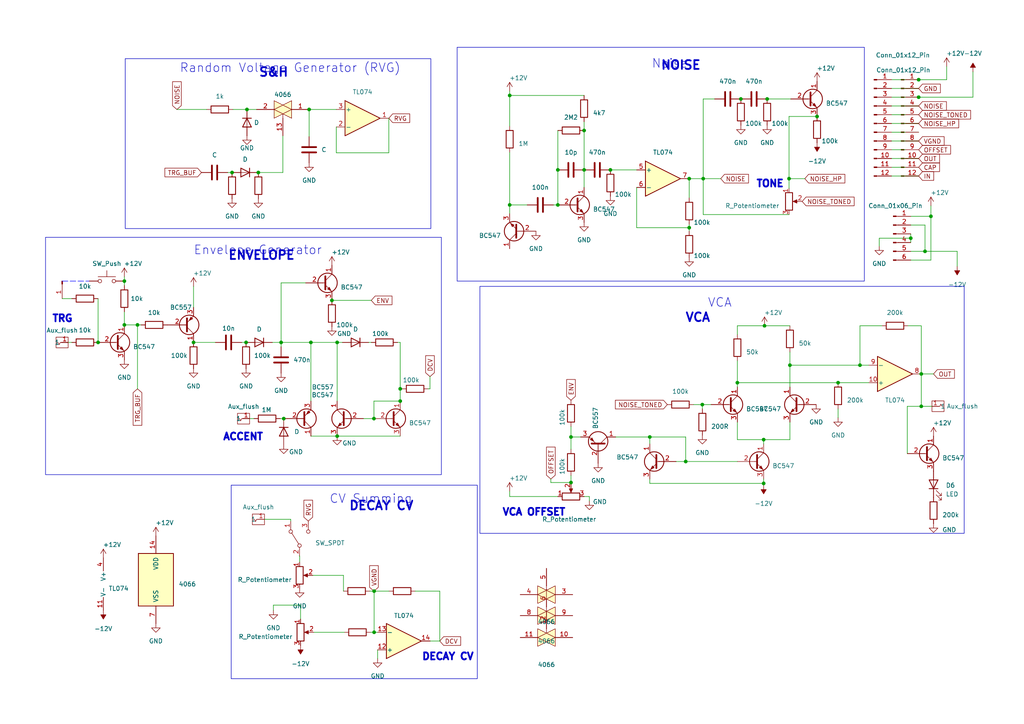
<source format=kicad_sch>
(kicad_sch (version 20230121) (generator eeschema)
  (paper "A4")
  (title_block (title "Snare by github.com/Fihdi"))
  (lib_symbols
    (symbol "4xxx:4066" (pin_names (offset 1.016))
      (property "Reference" "U" (at -7.62 8.89 0))
      (property "Value" "4066" (at -7.62 -8.89 0))
      (symbol "4066_1_0"
        (pin passive line (at -7.62 0 0) (length 5.08) (name "~") (number "1"))
        (pin input line (at 0 7.62 270) (length 5.08) (name "~") (number "13"))
        (pin passive line (at 7.62 0 180) (length 5.08) (name "~") (number "2"))
      )
      (symbol "4066_2_0"
        (pin passive line (at 7.62 0 180) (length 5.08) (name "~") (number "3"))
        (pin passive line (at -7.62 0 0) (length 5.08) (name "~") (number "4"))
        (pin input line (at 0 7.62 270) (length 5.08) (name "~") (number "5"))
      )
      (symbol "4066_3_0"
        (pin input line (at 0 7.62 270) (length 5.08) (name "~") (number "6"))
        (pin passive line (at -7.62 0 0) (length 5.08) (name "~") (number "8"))
        (pin passive line (at 7.62 0 180) (length 5.08) (name "~") (number "9"))
      )
      (symbol "4066_4_0"
        (pin passive line (at 7.62 0 180) (length 5.08) (name "~") (number "10"))
        (pin passive line (at -7.62 0 0) (length 5.08) (name "~") (number "11"))
        (pin input line (at 0 7.62 270) (length 5.08) (name "~") (number "12"))
      )
      (symbol "4066_5_0"
        (pin power_in line (at 0 12.7 270) (length 5.08) (name "VDD") (number "14"))
        (pin power_in line (at 0 -12.7 90) (length 5.08) (name "VSS") (number "7"))
      )
    )
    (symbol "Amplifier_Operational:TL074" (pin_names (offset 0.127))
      (property "Reference" "U" (at 0 5.08 0))
      (property "Value" "TL074" (at 0 -5.08 0))
      (symbol "TL074_1_1"
        (pin output line (at 7.62 0 180) (length 2.54) (name "~") (number "1"))
        (pin input line (at -7.62 -2.54 0) (length 2.54) (name "-") (number "2"))
        (pin input line (at -7.62 2.54 0) (length 2.54) (name "+") (number "3"))
      )
      (symbol "TL074_2_1"
        (pin input line (at -7.62 2.54 0) (length 2.54) (name "+") (number "5"))
        (pin input line (at -7.62 -2.54 0) (length 2.54) (name "-") (number "6"))
        (pin output line (at 7.62 0 180) (length 2.54) (name "~") (number "7"))
      )
      (symbol "TL074_3_1"
        (pin input line (at -7.62 2.54 0) (length 2.54) (name "+") (number "10"))
        (pin output line (at 7.62 0 180) (length 2.54) (name "~") (number "8"))
        (pin input line (at -7.62 -2.54 0) (length 2.54) (name "-") (number "9"))
      )
      (symbol "TL074_4_1"
        (pin input line (at -7.62 2.54 0) (length 2.54) (name "+") (number "12"))
        (pin input line (at -7.62 -2.54 0) (length 2.54) (name "-") (number "13"))
        (pin output line (at 7.62 0 180) (length 2.54) (name "~") (number "14"))
      )
      (symbol "TL074_5_1"
        (pin power_in line (at -2.54 -7.62 90) (length 3.81) (name "V-") (number "11"))
        (pin power_in line (at -2.54 7.62 270) (length 3.81) (name "V+") (number "4"))
      )
    )
    (symbol "Connector:Conn_01x01_Pin" (pin_names (offset 1.016) hide)
      (property "Reference" "J" (at 0 2.54 0))
      (property "Value" "Conn_01x01_Pin" (at 0 -2.54 0))
      (symbol "Conn_01x01_Pin_1_1"
        (pin passive line (at 5.08 0 180) (length 3.81) (name "Pin_1") (number "1"))
      )
    )
    (symbol "Connector:Conn_01x06_Pin" (pin_names (offset 1.016) hide)
      (property "Reference" "J" (at 0 7.62 0))
      (property "Value" "Conn_01x06_Pin" (at 0 -10.16 0))
      (symbol "Conn_01x06_Pin_1_1"
        (pin passive line (at 5.08 5.08 180) (length 3.81) (name "Pin_1") (number "1"))
        (pin passive line (at 5.08 2.54 180) (length 3.81) (name "Pin_2") (number "2"))
        (pin passive line (at 5.08 0 180) (length 3.81) (name "Pin_3") (number "3"))
        (pin passive line (at 5.08 -2.54 180) (length 3.81) (name "Pin_4") (number "4"))
        (pin passive line (at 5.08 -5.08 180) (length 3.81) (name "Pin_5") (number "5"))
        (pin passive line (at 5.08 -7.62 180) (length 3.81) (name "Pin_6") (number "6"))
      )
    )
    (symbol "Connector:Conn_01x12_Pin" (pin_names (offset 1.016) hide)
      (property "Reference" "J" (at 0 15.24 0))
      (property "Value" "Conn_01x12_Pin" (at 0 -17.78 0))
      (symbol "Conn_01x12_Pin_1_1"
        (pin passive line (at 5.08 12.7 180) (length 3.81) (name "Pin_1") (number "1"))
        (pin passive line (at 5.08 -10.16 180) (length 3.81) (name "Pin_10") (number "10"))
        (pin passive line (at 5.08 -12.7 180) (length 3.81) (name "Pin_11") (number "11"))
        (pin passive line (at 5.08 -15.24 180) (length 3.81) (name "Pin_12") (number "12"))
        (pin passive line (at 5.08 10.16 180) (length 3.81) (name "Pin_2") (number "2"))
        (pin passive line (at 5.08 7.62 180) (length 3.81) (name "Pin_3") (number "3"))
        (pin passive line (at 5.08 5.08 180) (length 3.81) (name "Pin_4") (number "4"))
        (pin passive line (at 5.08 2.54 180) (length 3.81) (name "Pin_5") (number "5"))
        (pin passive line (at 5.08 0 180) (length 3.81) (name "Pin_6") (number "6"))
        (pin passive line (at 5.08 -2.54 180) (length 3.81) (name "Pin_7") (number "7"))
        (pin passive line (at 5.08 -5.08 180) (length 3.81) (name "Pin_8") (number "8"))
        (pin passive line (at 5.08 -7.62 180) (length 3.81) (name "Pin_9") (number "9"))
      )
    )
    (symbol "Device:C" (pin_numbers hide) (pin_names (offset 0.254))
      (property "Reference" "C" (at 0.635 2.54 0))
      (property "Value" "C" (at 0.635 -2.54 0))
      (symbol "C_1_1"
        (pin passive line (at 0 3.81 270) (length 2.794) (name "~") (number "1"))
        (pin passive line (at 0 -3.81 90) (length 2.794) (name "~") (number "2"))
      )
    )
    (symbol "Device:D" (pin_numbers hide) (pin_names (offset 1.016) hide)
      (property "Reference" "D" (at 0 2.54 0))
      (property "Value" "D" (at 0 -2.54 0))
      (symbol "D_1_1"
        (pin passive line (at -3.81 0 0) (length 2.54) (name "K") (number "1"))
        (pin passive line (at 3.81 0 180) (length 2.54) (name "A") (number "2"))
      )
    )
    (symbol "Device:LED" (pin_numbers hide) (pin_names (offset 1.016) hide)
      (property "Reference" "D" (at 0 2.54 0))
      (property "Value" "LED" (at 0 -2.54 0))
      (symbol "LED_1_1"
        (pin passive line (at -3.81 0 0) (length 2.54) (name "K") (number "1"))
        (pin passive line (at 3.81 0 180) (length 2.54) (name "A") (number "2"))
      )
    )
    (symbol "Device:R" (pin_numbers hide) (pin_names (offset 0))
      (property "Reference" "R" (at 2.032 0 90))
      (property "Value" "R" (at 0 0 90))
      (symbol "R_1_1"
        (pin passive line (at 0 3.81 270) (length 1.27) (name "~") (number "1"))
        (pin passive line (at 0 -3.81 90) (length 1.27) (name "~") (number "2"))
      )
    )
    (symbol "Device:R_Potentiometer" (pin_names (offset 1.016) hide)
      (property "Reference" "RV" (at -4.445 0 90))
      (property "Value" "R_Potentiometer" (at -2.54 0 90))
      (symbol "R_Potentiometer_1_1"
        (pin passive line (at 0 3.81 270) (length 1.27) (name "1") (number "1"))
        (pin passive line (at 3.81 0 180) (length 1.27) (name "2") (number "2"))
        (pin passive line (at 0 -3.81 90) (length 1.27) (name "3") (number "3"))
      )
    )
    (symbol "HEJ:Aux_flush"
      (property "Reference" "U" (at -0.0508 5.3848 0))
      (symbol "Aux_flush_1_1"
        (pin bidirectional line (at 1.7272 0 180) (length 2) (name "1") (number "1"))
      )
    )
    (symbol "Switch:SW_Push" (pin_numbers hide) (pin_names (offset 1.016) hide)
      (property "Reference" "SW" (at 1.27 2.54 0))
      (property "Value" "SW_Push" (at 0 -1.524 0))
      (symbol "SW_Push_0_1"
        (pin passive line (at -5.08 0 0) (length 2.54) (name "1") (number "1"))
        (pin passive line (at 5.08 0 180) (length 2.54) (name "2") (number "2"))
      )
    )
    (symbol "Switch:SW_SPDT" (pin_names (offset 0) hide)
      (property "Reference" "SW" (at 0 4.318 0))
      (property "Value" "SW_SPDT" (at 0 -5.08 0))
      (symbol "SW_SPDT_1_1"
        (pin passive line (at 5.08 2.54 180) (length 2.54) (name "A") (number "1"))
        (pin passive line (at -5.08 0 0) (length 2.54) (name "B") (number "2"))
        (pin passive line (at 5.08 -2.54 180) (length 2.54) (name "C") (number "3"))
      )
    )
    (symbol "Transistor_BJT:BC547" (pin_names (offset 0) hide)
      (property "Reference" "Q" (at 5.08 1.905 0))
      (property "Value" "BC547" (at 5.08 0 0))
      (symbol "BC547_1_1"
        (pin passive line (at 2.54 5.08 270) (length 2.54) (name "C") (number "1"))
        (pin input line (at -5.08 0 0) (length 5.08) (name "B") (number "2"))
        (pin passive line (at 2.54 -5.08 90) (length 2.54) (name "E") (number "3"))
      )
    )
    (symbol "Transistor_BJT:BC557" (pin_names (offset 0) hide)
      (property "Reference" "Q" (at 5.08 1.905 0))
      (property "Value" "BC557" (at 5.08 0 0))
      (symbol "BC557_1_1"
        (pin passive line (at 2.54 5.08 270) (length 2.54) (name "C") (number "1"))
        (pin input line (at -5.08 0 0) (length 5.715) (name "B") (number "2"))
        (pin passive line (at 2.54 -5.08 90) (length 2.54) (name "E") (number "3"))
      )
    )
    (symbol "power:+12V" (power) (pin_names (offset 0))
      (property "Value" "+12V" (at 0 3.556 0))
      (symbol "+12V_1_1"
        (pin power_in line (at 0 0 90) (length 0) hide (name "+12V") (number "1"))
      )
    )
    (symbol "power:-12V" (power) (pin_names (offset 0))
      (property "Value" "-12V" (at 0 3.81 0))
      (symbol "-12V_0_0"
        (pin power_in line (at 0 0 90) (length 0) hide (name "-12V") (number "1"))
      )
    )
    (symbol "power:GND" (power) (pin_names (offset 0))
      (property "Value" "GND" (at 0 -3.81 0))
      (symbol "GND_1_1"
        (pin power_in line (at 0 0 270) (length 0) hide (name "GND") (number "1"))
      )
    )
  )
  (junction (at 214.884 28.702))
  (junction (at 188.468 126.746))
  (junction (at 266.446 23.114))
  (junction (at 97.79 126.492))
  (junction (at 39.878 94.234))
  (junction (at 268.2896 72.898))
  (junction (at 177.038 49.276))
  (junction (at 67.31 50.038))
  (junction (at 203.962 51.816))
  (junction (at 74.93 50.038))
  (junction (at 221.488 140.208))
  (junction (at 199.898 66.04))
  (junction (at 165.608 126.746))
  (junction (at 28.448 99.314))
  (junction (at 229.108 105.918))
  (junction (at 96.266 87.122))
  (junction (at 71.628 31.75))
  (junction (at 267.208 108.458))
  (junction (at 169.418 37.846))
  (junction (at 222.504 28.702))
  (junction (at 161.798 49.276))
  (junction (at 213.868 110.998))
  (junction (at 147.828 27.686))
  (junction (at 221.742 94.488))
  (junction (at 199.898 51.816))
  (junction (at 198.882 133.858))
  (junction (at 169.418 49.276))
  (junction (at 116.078 112.776))
  (junction (at 236.982 33.782))
  (junction (at 243.078 110.998))
  (junction (at 36.068 94.234))
  (junction (at 71.374 99.314))
  (junction (at 97.79 99.314))
  (junction (at 266.446 28.194))
  (junction (at 270.002 62.738))
  (junction (at 90.17 99.314))
  (junction (at 82.296 121.412))
  (junction (at 116.078 116.332))
  (junction (at 36.068 81.534))
  (junction (at 89.662 31.75))
  (junction (at 108.5088 171.45))
  (junction (at 267.208 117.856))
  (junction (at 221.488 127.508))
  (junction (at 203.708 117.348))
  (junction (at 147.828 59.436))
  (junction (at 264.16 69.088))
  (junction (at 108.458 121.412))
  (junction (at 108.5088 183.388))
  (junction (at 161.798 59.436))
  (junction (at 81.534 99.314))
  (junction (at 249.428 105.918))
  (junction (at 165.608 139.954))
  (junction (at 56.134 99.314))
  (junction (at 228.854 51.816))
  (wire (pts (xy 221.488 127.508) (xy 229.108 127.508)))
  (wire (pts (xy 267.208 117.856) (xy 270.3068 117.856)))
  (wire (pts (xy 116.586 112.776) (xy 116.078 112.776)))
  (wire (pts (xy 90.17 99.314) (xy 97.79 99.314)))
  (wire (pts (xy 108.458 121.412) (xy 108.458 116.332)))
  (wire (pts (xy 258.572 23.114) (xy 266.446 23.114)))
  (wire (pts (xy 228.854 51.816) (xy 228.854 54.61)))
  (wire (pts (xy 165.608 123.698) (xy 165.608 126.746)))
  (wire (pts (xy 159.766 138.938) (xy 159.766 139.954)))
  (wire (pts (xy 36.068 81.534) (xy 36.068 82.804)))
  (wire (pts (xy 127.5588 171.45) (xy 127.5588 185.928)))
  (wire (pts (xy 203.708 118.618) (xy 203.708 117.348)))
  (wire (pts (xy 124.714 109.22) (xy 124.714 112.776)))
  (wire (pts (xy 199.898 51.816) (xy 203.962 51.816)))
  (wire (pts (xy 255.016 71.374) (xy 255.016 69.088)))
  (wire (pts (xy 28.448 86.614) (xy 28.448 99.314)))
  (wire (pts (xy 236.982 33.782) (xy 228.854 33.782)))
  (wire (pts (xy 229.108 105.918) (xy 249.428 105.918)))
  (wire (pts (xy 264.16 69.088) (xy 264.16 70.358)))
  (wire (pts (xy 198.882 133.858) (xy 213.868 133.858)))
  (wire (pts (xy 89.662 31.75) (xy 89.662 39.624)))
  (wire (pts (xy 106.934 99.314) (xy 107.696 99.314)))
  (wire (pts (xy 188.468 140.208) (xy 188.468 138.938)))
  (wire (pts (xy 81.534 99.314) (xy 90.17 99.314)))
  (wire (pts (xy 161.798 49.276) (xy 161.798 59.436)))
  (wire (pts (xy 178.562 126.746) (xy 188.468 126.746)))
  (wire (pts (xy 268.2896 72.898) (xy 264.16 72.898)))
  (wire (pts (xy 221.488 127.508) (xy 221.488 128.778)))
  (wire (pts (xy 116.078 99.314) (xy 116.078 112.776)))
  (wire (pts (xy 270.002 75.438) (xy 264.16 75.438)))
  (wire (pts (xy 177.038 49.276) (xy 184.658 49.276)))
  (wire (pts (xy 81.534 82.042) (xy 81.534 99.314)))
  (wire (pts (xy 86.9188 163.068) (xy 86.9188 161.29)))
  (wire (pts (xy 188.468 128.778) (xy 188.468 126.746)))
  (wire (pts (xy 51.308 31.75) (xy 59.944 31.75)))
  (wire (pts (xy 277.622 72.898) (xy 268.2896 72.898)))
  (wire (pts (xy 109.5248 191.008) (xy 109.5248 188.468)))
  (wire (pts (xy 258.572 51.054) (xy 266.446 51.054)))
  (wire (pts (xy 79.2988 177.038) (xy 79.2988 175.514)))
  (wire (pts (xy 124.714 112.776) (xy 124.206 112.776)))
  (wire (pts (xy 18.034 81.534) (xy 25.908 81.534)) (stroke (width 0) (type dash) (color 0 0 255 1)))
  (wire (pts (xy 203.962 51.816) (xy 203.962 62.23)))
  (wire (pts (xy 258.572 25.654) (xy 266.446 25.654)))
  (wire (pts (xy 263.144 117.856) (xy 267.208 117.856)))
  (wire (pts (xy 169.418 37.846) (xy 169.418 49.276)))
  (wire (pts (xy 90.7288 166.878) (xy 99.6188 166.878)))
  (wire (pts (xy 274.574 19.304) (xy 274.574 23.114)))
  (wire (pts (xy 161.798 59.436) (xy 160.528 59.436)))
  (wire (pts (xy 267.208 108.458) (xy 270.764 108.458)))
  (wire (pts (xy 258.572 40.894) (xy 266.446 40.894)))
  (wire (pts (xy 209.042 51.816) (xy 203.962 51.816)))
  (wire (pts (xy 258.572 45.974) (xy 266.446 45.974)))
  (wire (pts (xy 222.504 28.702) (xy 229.362 28.702)))
  (wire (pts (xy 213.868 127.508) (xy 213.868 122.428)))
  (wire (pts (xy 258.572 43.434) (xy 266.446 43.434)))
  (wire (pts (xy 56.134 83.058) (xy 56.134 89.154)))
  (wire (pts (xy 258.572 30.734) (xy 266.446 30.734)))
  (wire (pts (xy 249.428 105.918) (xy 251.968 105.918)))
  (wire (pts (xy 199.898 66.04) (xy 199.898 65.024)))
  (wire (pts (xy 107.4928 183.388) (xy 108.5088 183.388)))
  (wire (pts (xy 267.208 108.458) (xy 267.208 117.856)))
  (wire (pts (xy 147.828 59.436) (xy 152.908 59.436)))
  (wire (pts (xy 165.608 140.208) (xy 165.608 139.954)))
  (wire (pts (xy 116.078 99.314) (xy 115.316 99.314)))
  (wire (pts (xy 120.4468 171.45) (xy 127.5588 171.45)))
  (wire (pts (xy 274.574 23.114) (xy 266.446 23.114)))
  (wire (pts (xy 147.828 26.416) (xy 147.828 27.686)))
  (wire (pts (xy 39.878 112.776) (xy 39.878 94.234)))
  (wire (pts (xy 76.708 150.622) (xy 84.328 150.622)))
  (wire (pts (xy 243.078 118.618) (xy 243.078 121.158)))
  (wire (pts (xy 213.868 110.998) (xy 243.078 110.998)))
  (wire (pts (xy 81.28 121.412) (xy 82.296 121.412)))
  (wire (pts (xy 39.878 94.234) (xy 40.894 94.234)))
  (wire (pts (xy 169.418 49.276) (xy 169.418 54.356)))
  (wire (pts (xy 263.144 131.572) (xy 263.144 117.856)))
  (wire (pts (xy 258.572 48.514) (xy 266.446 48.514)))
  (wire (pts (xy 228.854 33.782) (xy 228.854 51.816)))
  (wire (pts (xy 97.79 99.314) (xy 99.314 99.314)))
  (wire (pts (xy 199.898 57.404) (xy 199.898 51.816)))
  (wire (pts (xy 19.7612 99.314) (xy 20.828 99.314)))
  (wire (pts (xy 108.458 116.332) (xy 116.078 116.332)))
  (wire (pts (xy 258.572 28.194) (xy 266.446 28.194)))
  (wire (pts (xy 258.572 33.274) (xy 266.446 33.274)))
  (wire (pts (xy 270.002 59.69) (xy 270.002 62.738)))
  (wire (pts (xy 108.5088 183.388) (xy 108.5088 171.45)))
  (wire (pts (xy 147.828 27.686) (xy 147.828 36.576)))
  (wire (pts (xy 147.828 144.018) (xy 161.798 144.018)))
  (wire (pts (xy 198.882 126.746) (xy 198.882 133.858)))
  (wire (pts (xy 196.088 133.858) (xy 198.882 133.858)))
  (wire (pts (xy 71.628 31.75) (xy 74.422 31.75)))
  (wire (pts (xy 97.79 99.314) (xy 97.79 116.332)))
  (wire (pts (xy 213.868 127.508) (xy 221.488 127.508)))
  (wire (pts (xy 229.108 127.508) (xy 229.108 122.428)))
  (wire (pts (xy 79.2988 175.514) (xy 87.1728 175.514)))
  (wire (pts (xy 243.078 110.998) (xy 251.968 110.998)))
  (wire (pts (xy 56.134 99.314) (xy 62.484 99.314)))
  (wire (pts (xy 233.426 51.816) (xy 228.854 51.816)))
  (wire (pts (xy 270.002 62.738) (xy 270.002 75.438)))
  (wire (pts (xy 147.828 59.436) (xy 147.828 44.196)))
  (wire (pts (xy 18.034 86.614) (xy 20.828 86.614)))
  (wire (pts (xy 170.942 144.018) (xy 170.942 145.288)))
  (wire (pts (xy 199.898 67.056) (xy 199.898 66.04)))
  (wire (pts (xy 159.766 139.954) (xy 165.608 139.954)))
  (wire (pts (xy 267.208 94.488) (xy 267.208 108.458)))
  (wire (pts (xy 221.488 140.716) (xy 221.488 140.208)))
  (wire (pts (xy 112.776 44.3154) (xy 112.776 34.29)))
  (wire (pts (xy 213.868 94.488) (xy 213.868 97.028)))
  (wire (pts (xy 97.536 36.83) (xy 97.536 44.3154)))
  (wire (pts (xy 96.266 87.122) (xy 107.696 87.122)))
  (wire (pts (xy 147.828 27.686) (xy 169.418 27.686)))
  (wire (pts (xy 203.962 51.816) (xy 203.962 28.702)))
  (wire (pts (xy 81.534 99.314) (xy 78.994 99.314)))
  (wire (pts (xy 203.962 62.23) (xy 228.854 62.23)))
  (wire (pts (xy 282.194 28.194) (xy 266.446 28.194)))
  (wire (pts (xy 81.534 100.584) (xy 81.534 99.314)))
  (wire (pts (xy 89.662 31.75) (xy 97.536 31.75)))
  (wire (pts (xy 213.868 110.998) (xy 213.868 112.268)))
  (wire (pts (xy 97.79 126.492) (xy 116.078 126.492)))
  (wire (pts (xy 165.608 139.954) (xy 165.608 137.922)))
  (wire (pts (xy 86.9188 161.29) (xy 86.868 161.29)))
  (wire (pts (xy 147.828 142.494) (xy 147.828 144.018)))
  (wire (pts (xy 36.068 94.234) (xy 39.878 94.234)))
  (wire (pts (xy 73.66 121.412) (xy 72.39 121.412)))
  (wire (pts (xy 99.6188 166.878) (xy 99.6188 171.45)))
  (wire (pts (xy 165.608 126.746) (xy 165.608 130.302)))
  (wire (pts (xy 229.108 105.918) (xy 229.108 112.268)))
  (wire (pts (xy 249.428 94.488) (xy 255.778 94.488)))
  (wire (pts (xy 108.5088 171.45) (xy 112.8268 171.45)))
  (wire (pts (xy 282.194 20.828) (xy 282.194 28.194)))
  (wire (pts (xy 184.658 66.04) (xy 184.658 54.356)))
  (wire (pts (xy 90.9828 183.388) (xy 99.8728 183.388)))
  (wire (pts (xy 268.2896 65.278) (xy 268.2896 72.898)))
  (wire (pts (xy 201.168 117.348) (xy 203.708 117.348)))
  (wire (pts (xy 255.016 69.088) (xy 264.16 69.088)))
  (wire (pts (xy 258.572 35.814) (xy 266.446 35.814)))
  (wire (pts (xy 168.402 126.746) (xy 165.608 126.746)))
  (wire (pts (xy 67.564 31.75) (xy 71.628 31.75)))
  (wire (pts (xy 108.5088 183.388) (xy 109.5248 183.388)))
  (wire (pts (xy 213.868 94.488) (xy 221.742 94.488)))
  (wire (pts (xy 90.17 126.492) (xy 97.79 126.492)))
  (wire (pts (xy 221.488 140.208) (xy 221.488 138.938)))
  (wire (pts (xy 105.41 121.412) (xy 108.458 121.412)))
  (wire (pts (xy 82.042 50.038) (xy 82.042 39.37)))
  (wire (pts (xy 66.04 50.038) (xy 67.31 50.038)))
  (wire (pts (xy 264.16 62.738) (xy 270.002 62.738)))
  (wire (pts (xy 221.742 94.488) (xy 229.108 94.488)))
  (wire (pts (xy 221.488 140.208) (xy 188.468 140.208)))
  (wire (pts (xy 199.898 66.04) (xy 184.658 66.04)))
  (wire (pts (xy 277.622 72.898) (xy 277.622 77.216)))
  (wire (pts (xy 258.572 38.354) (xy 266.446 38.354)))
  (wire (pts (xy 169.418 35.306) (xy 169.418 37.846)))
  (wire (pts (xy 36.068 90.424) (xy 36.068 94.234)))
  (wire (pts (xy 116.078 112.776) (xy 116.078 116.332)))
  (wire (pts (xy 188.468 126.746) (xy 198.882 126.746)))
  (wire (pts (xy 87.1728 175.514) (xy 87.1728 179.578)))
  (wire (pts (xy 161.798 37.846) (xy 161.798 49.276)))
  (wire (pts (xy 74.93 50.038) (xy 82.042 50.038)))
  (wire (pts (xy 203.962 28.702) (xy 207.264 28.702)))
  (wire (pts (xy 249.428 105.918) (xy 249.428 94.488)))
  (wire (pts (xy 229.108 102.108) (xy 229.108 105.918)))
  (wire (pts (xy 82.296 121.412) (xy 82.55 121.412)))
  (wire (pts (xy 147.828 61.976) (xy 147.828 59.436)))
  (wire (pts (xy 70.104 99.314) (xy 71.374 99.314)))
  (wire (pts (xy 213.868 104.648) (xy 213.868 110.998)))
  (wire (pts (xy 107.2388 171.45) (xy 108.5088 171.45)))
  (wire (pts (xy 170.942 144.018) (xy 169.418 144.018)))
  (wire (pts (xy 84.328 150.622) (xy 84.328 151.13)))
  (wire (pts (xy 264.16 65.278) (xy 268.2896 65.278)))
  (wire (pts (xy 127.5588 185.928) (xy 124.7648 185.928)))
  (wire (pts (xy 97.536 44.3154) (xy 112.776 44.3154)))
  (wire (pts (xy 88.646 82.042) (xy 81.534 82.042)))
  (wire (pts (xy 264.16 67.818) (xy 264.16 69.088)))
  (wire (pts (xy 36.068 80.264) (xy 36.068 81.534)))
  (wire (pts (xy 203.708 117.348) (xy 206.248 117.348)))
  (wire (pts (xy 90.17 99.314) (xy 90.17 116.332)))
  (wire (pts (xy 267.208 94.488) (xy 263.398 94.488)))
  (rectangle (start 139.192 83.058) (end 279.654 154.686))
  (rectangle (start 67.056 140.716) (end 138.43 196.85))
  (rectangle (start 132.588 13.716) (end 250.698 81.534))
  (rectangle (start 36.322 17.018) (end 124.968 66.294))
  (rectangle (start 13.208 68.834) (end 128.016 137.668))
  (text "S&H\n" (at 74.93 22.606 0) (effects (font (size 2.54 2.54) (thickness 0.508) bold) (justify left bottom)))
  (text "Noise" (at 188.976 20.066 0) (effects (font (size 2.54 2.54)) (justify left bottom)))
  (text "ENVELOPE\n" (at 66.04 75.692 0) (effects (font (size 2.54 2.54) (thickness 0.508) bold) (justify left bottom)))
  (text "CV Summing\n" (at 95.504 146.304 0) (effects (font (size 2.54 2.54)) (justify left bottom)))
  (text "TRG" (at 14.986 93.726 0) (effects (font (size 2.032 2.032) (thickness 1.524) bold) (justify left bottom)))
  (text "VCA" (at 205.232 89.408 0) (effects (font (size 2.54 2.54)) (justify left bottom)))
  (text "Envelope Generator\n" (at 56.134 74.168 0) (effects (font (size 2.54 2.54)) (justify left bottom)))
  (text "VCA\n" (at 198.628 93.726 0) (effects (font (size 2.54 2.54) (thickness 0.508) bold) (justify left bottom)))
  (text "TONE\n" (at 219.202 54.61 0) (effects (font (size 2.032 2.032) (thickness 1.524) bold) (justify left bottom)))
  (text "VCA OFFSET" (at 145.542 149.86 0) (effects (font (size 2.032 2.032) (thickness 1.524) bold) (justify left bottom)))
  (text "Random Voltage Generator (RVG)" (at 52.07 21.336 0) (effects (font (size 2.54 2.54)) (justify left bottom)))
  (text "DECAY CV\n" (at 101.092 148.336 0) (effects (font (size 2.54 2.54) (thickness 0.508) bold) (justify left bottom)))
  (text "DECAY CV\n" (at 122.2248 191.77 0) (effects (font (size 2.032 2.032) (thickness 1.524) bold) (justify left bottom)))
  (text "NOISE" (at 191.516 20.574 0) (effects (font (size 2.54 2.54) (thickness 0.508) bold) (justify left bottom)))
  (text "ACCENT\n" (at 64.516 128.016 0) (effects (font (size 2.032 2.032) (thickness 1.524) bold) (justify left bottom)))
  (global_label "TRG_BUF" (shape input) (at 58.42 50.038 180) (property "Intersheetrefs" "${INTERSHEET_REFS}" (effects hide)))
  (global_label "NOISE_HP" (shape input) (at 266.446 35.814 0) (property "Intersheetrefs" "${INTERSHEET_REFS}" (effects hide)))
  (global_label "IN" (shape input) (at 266.446 51.054 0) (property "Intersheetrefs" "${INTERSHEET_REFS}" (effects hide)))
  (global_label "DCV" (shape input) (at 124.714 109.22 90) (property "Intersheetrefs" "${INTERSHEET_REFS}" (effects hide)))
  (global_label "OUT" (shape input) (at 266.446 45.974 0) (property "Intersheetrefs" "${INTERSHEET_REFS}" (effects hide)))
  (global_label "GND" (shape input) (at 266.446 25.654 0) (property "Intersheetrefs" "${INTERSHEET_REFS}" (effects hide)))
  (global_label "NOISE_HP" (shape input) (at 233.426 51.816 0) (property "Intersheetrefs" "${INTERSHEET_REFS}" (effects hide)))
  (global_label "NOISE" (shape input) (at 51.308 31.75 90) (property "Intersheetrefs" "${INTERSHEET_REFS}" (effects hide)))
  (global_label "OFFSET" (shape input) (at 159.766 138.938 90) (property "Intersheetrefs" "${INTERSHEET_REFS}" (effects hide)))
  (global_label "OFFSET" (shape input) (at 266.446 43.434 0) (property "Intersheetrefs" "${INTERSHEET_REFS}" (effects hide)))
  (global_label "NOISE" (shape input) (at 266.446 30.734 0) (property "Intersheetrefs" "${INTERSHEET_REFS}" (effects hide)))
  (global_label "NOISE_TONED" (shape input) (at 266.446 33.274 0) (property "Intersheetrefs" "${INTERSHEET_REFS}" (effects hide)))
  (global_label "NOISE_TONED" (shape input) (at 232.664 58.42 0) (property "Intersheetrefs" "${INTERSHEET_REFS}" (effects hide)))
  (global_label "NOISE" (shape input) (at 209.042 51.816 0) (property "Intersheetrefs" "${INTERSHEET_REFS}" (effects hide)))
  (global_label "OUT" (shape input) (at 270.764 108.458 0) (property "Intersheetrefs" "${INTERSHEET_REFS}" (effects hide)))
  (global_label "TRG_BUF" (shape input) (at 39.878 112.776 270) (property "Intersheetrefs" "${INTERSHEET_REFS}" (effects hide)))
  (global_label "DCV" (shape input) (at 127.5588 185.928 0) (property "Intersheetrefs" "${INTERSHEET_REFS}" (effects hide)))
  (global_label "CAP" (shape input) (at 266.446 48.514 0) (property "Intersheetrefs" "${INTERSHEET_REFS}" (effects hide)))
  (global_label "VGND" (shape input) (at 266.446 40.894 0) (property "Intersheetrefs" "${INTERSHEET_REFS}" (effects hide)))
  (global_label "RVG" (shape input) (at 112.776 34.29 0) (property "Intersheetrefs" "${INTERSHEET_REFS}" (effects hide)))
  (global_label "VGND" (shape input) (at 108.458 171.45 90) (property "Intersheetrefs" "${INTERSHEET_REFS}" (effects hide)))
  (global_label "NOISE_TONED" (shape input) (at 193.548 117.348 180) (property "Intersheetrefs" "${INTERSHEET_REFS}" (effects hide)))
  (global_label "RVG" (shape input) (at 89.408 151.13 90) (property "Intersheetrefs" "${INTERSHEET_REFS}" (effects hide)))
  (global_label "ENV" (shape input) (at 165.608 116.078 90) (property "Intersheetrefs" "${INTERSHEET_REFS}" (effects hide)))
  (global_label "ENV" (shape input) (at 107.696 87.122 0) (property "Intersheetrefs" "${INTERSHEET_REFS}" (effects hide)))
  (symbol (lib_id "power:GND") (at 71.628 39.37 0) (unit 1)
    (property "Reference" "#PWR032" (effects hide))
    (property "Value" "GND" (at 71.628 42.926 0))
  )
  (symbol (lib_id "Device:R") (at 199.898 61.214 0) (unit 1)
    (property "Reference" "R17" (effects hide))
    (property "Value" "100k" (at 201.168 64.516 0) (effects (justify left)))
    (property "Footprint" "Resistor_THT:R_Axial_DIN0204_L3.6mm_D1.6mm_P7.62mm_Horizontal" (effects hide))
  )
  (symbol (lib_id "Transistor_BJT:BC547") (at 231.648 117.348 0) (mirror y) (unit 1)
    (property "Reference" "Q10" (effects hide))
    (property "Value" "BC547" (at 226.568 118.6179 0) (effects (justify left)))
    (property "Footprint" "Package_TO_SOT_THT:TO-92_Inline_Wide" (effects hide))
    (property "Datasheet" "https://www.onsemi.com/pub/Collateral/BC550-D.pdf" (effects hide))
  )
  (symbol (lib_id "Device:R") (at 213.868 100.838 180) (unit 1)
    (property "Reference" "R21" (effects hide))
    (property "Value" "50k" (at 216.408 102.1079 0) (effects (justify right)))
    (property "Footprint" "Resistor_THT:R_Axial_DIN0204_L3.6mm_D1.6mm_P7.62mm_Horizontal" (effects hide))
  )
  (symbol (lib_id "Device:C") (at 156.718 59.436 90) (unit 1)
    (property "Reference" "C3" (effects hide))
    (property "Value" "100n" (at 156.718 54.356 90))
    (property "Footprint" "Capacitor_THT:C_Axial_L3.8mm_D2.6mm_P7.50mm_Horizontal" (effects hide))
  )
  (symbol (lib_id "power:GND") (at 96.266 94.742 0) (unit 1)
    (property "Reference" "#PWR035" (effects hide))
    (property "Value" "GND" (at 99.822 96.774 0))
  )
  (symbol (lib_id "power:GND") (at 203.708 126.238 0) (unit 1)
    (property "Reference" "#PWR017" (effects hide))
    (property "Value" "GND" (at 203.708 131.318 0))
  )
  (symbol (lib_id "Switch:SW_Push") (at 30.988 81.534 0) (unit 1)
    (property "Reference" "SW1" (effects hide))
    (property "Value" "SW_Push" (at 30.988 76.454 0))
    (property "Footprint" "Library:Push_Flush" (effects hide))
  )
  (symbol (lib_id "Amplifier_Operational:TL074") (at 32.512 169.418 0) (unit 5)
    (property "Reference" "U1" (effects hide))
    (property "Value" "TL074" (at 31.496 170.688 0) (effects (justify left)))
    (property "Footprint" "Package_DIP:DIP-14_W7.62mm_Socket" (effects hide))
    (property "Datasheet" "http://www.ti.com/lit/ds/symlink/tl071.pdf" (effects hide))
  )
  (symbol (lib_id "Device:C") (at 165.608 49.276 90) (unit 1)
    (property "Reference" "C4" (effects hide))
    (property "Value" "10p" (at 165.608 44.196 90))
    (property "Footprint" "Capacitor_THT:C_Axial_L3.8mm_D2.6mm_P7.50mm_Horizontal" (effects hide))
  )
  (symbol (lib_id "Transistor_BJT:BC547") (at 218.948 133.858 0) (unit 1)
    (property "Reference" "Q9" (effects hide))
    (property "Value" "BC547" (at 224.028 135.1279 0) (effects (justify left)))
    (property "Footprint" "Package_TO_SOT_THT:TO-92_Inline_Wide" (effects hide))
    (property "Datasheet" "https://www.onsemi.com/pub/Collateral/BC550-D.pdf" (effects hide))
  )
  (symbol (lib_id "power:+12V") (at 270.002 59.69 0) (unit 1)
    (property "Reference" "#PWR042" (effects hide))
    (property "Value" "+12V" (at 272.542 55.88 0))
  )
  (symbol (lib_id "Device:R") (at 96.266 90.932 0) (unit 1)
    (property "Reference" "R33" (effects hide))
    (property "Value" "100k" (at 97.536 94.234 0) (effects (justify left)))
    (property "Footprint" "Resistor_THT:R_Axial_DIN0204_L3.6mm_D1.6mm_P7.62mm_Horizontal" (effects hide))
  )
  (symbol (lib_id "power:GND") (at 82.296 129.032 0) (unit 1)
    (property "Reference" "#PWR033" (effects hide))
    (property "Value" "GND" (at 85.852 131.064 0))
  )
  (symbol (lib_id "power:GND") (at 255.016 71.374 0) (unit 1)
    (property "Reference" "#PWR044" (effects hide))
    (property "Value" "GND" (at 255.016 76.454 0))
  )
  (symbol (lib_id "power:+12V") (at 45.212 155.448 0) (unit 1)
    (property "Reference" "#PWR037" (effects hide))
    (property "Value" "+12V" (at 47.752 151.638 0))
  )
  (symbol (lib_id "Device:D") (at 82.296 125.222 270) (unit 1)
    (property "Reference" "D4" (effects hide))
    (property "Value" "D" (at 85.344 125.222 90) (effects (justify left)))
    (property "Footprint" "Diode_THT:D_A-405_P5.08mm_Vertical_AnodeUp" (effects hide))
  )
  (symbol (lib_id "Device:C") (at 218.694 28.702 90) (unit 1)
    (property "Reference" "C6" (effects hide))
    (property "Value" "470n" (at 218.694 23.622 90))
    (property "Footprint" "Capacitor_THT:C_Axial_L3.8mm_D2.6mm_P7.50mm_Horizontal" (effects hide))
  )
  (symbol (lib_id "Amplifier_Operational:TL074") (at 192.278 51.816 0) (unit 2)
    (property "Reference" "U1" (effects hide))
    (property "Value" "TL074" (at 192.278 44.196 0))
    (property "Footprint" "Package_DIP:DIP-14_W7.62mm_Socket" (effects hide))
    (property "Datasheet" "http://www.ti.com/lit/ds/symlink/tl071.pdf" (effects hide))
  )
  (symbol (lib_id "Transistor_BJT:BC547") (at 150.368 67.056 180) (unit 1)
    (property "Reference" "Q6" (effects hide))
    (property "Value" "BC547" (at 145.288 68.3259 0) (effects (justify left)))
    (property "Footprint" "Package_TO_SOT_THT:TO-92_Inline_Wide" (effects hide))
    (property "Datasheet" "https://www.onsemi.com/pub/Collateral/BC550-D.pdf" (effects hide))
  )
  (symbol (lib_id "4xxx:4066") (at 82.042 31.75 180) (unit 1)
    (property "Reference" "U5" (effects hide))
    (property "Value" "4066" (at 82.042 27.432 0))
    (property "Footprint" "Package_DIP:DIP-14_W10.16mm" (effects hide))
    (property "Datasheet" "http://www.ti.com/lit/ds/symlink/cd4066b.pdf" (effects hide))
  )
  (symbol (lib_id "Device:C") (at 211.074 28.702 90) (unit 1)
    (property "Reference" "C7" (effects hide))
    (property "Value" "470n" (at 211.074 23.622 90))
    (property "Footprint" "Capacitor_THT:C_Axial_L3.8mm_D2.6mm_P7.50mm_Horizontal" (effects hide))
  )
  (symbol (lib_id "HEJ:Aux_flush") (at 272.034 117.856 180) (unit 1)
    (property "Reference" "U6" (effects hide))
    (property "Value" "Aux_flush" (at 274.574 117.8306 0) (effects (justify right)))
    (property "Footprint" "Library:aux_flush" (effects hide))
  )
  (symbol (lib_id "Amplifier_Operational:TL074") (at 117.1448 185.928 0) (mirror x) (unit 4)
    (property "Reference" "U1" (effects hide))
    (property "Value" "TL074" (at 117.1448 178.562 0))
    (property "Footprint" "Package_DIP:DIP-14_W7.62mm_Socket" (effects hide))
    (property "Datasheet" "http://www.ti.com/lit/ds/symlink/tl071.pdf" (effects hide))
  )
  (symbol (lib_id "Device:R") (at 270.764 148.082 180) (unit 1)
    (property "Reference" "R34" (effects hide))
    (property "Value" "200k" (at 273.304 149.3519 0) (effects (justify right)))
    (property "Footprint" "Resistor_THT:R_Axial_DIN0204_L3.6mm_D1.6mm_P7.62mm_Horizontal" (effects hide))
  )
  (symbol (lib_id "4xxx:4066") (at 158.496 178.562 0) (unit 3)
    (property "Reference" "U5" (effects hide))
    (property "Value" "4066" (at 158.496 185.928 0))
    (property "Footprint" "Package_DIP:DIP-14_W10.16mm" (effects hide))
    (property "Datasheet" "http://www.ti.com/lit/ds/symlink/cd4066b.pdf" (effects hide))
  )
  (symbol (lib_id "power:GND") (at 222.504 36.322 0) (unit 1)
    (property "Reference" "#PWR025" (effects hide))
    (property "Value" "GND" (at 222.504 41.402 0))
  )
  (symbol (lib_id "Transistor_BJT:BC547") (at 100.33 121.412 0) (mirror y) (unit 1)
    (property "Reference" "Q1" (effects hide))
    (property "Value" "BC547" (at 96.774 114.554 0) (effects (justify left)))
    (property "Footprint" "Package_TO_SOT_THT:TO-92_Inline_Wide" (effects hide))
    (property "Datasheet" "https://www.onsemi.com/pub/Collateral/BC550-D.pdf" (effects hide))
  )
  (symbol (lib_id "power:GND") (at 74.93 57.658 0) (unit 1)
    (property "Reference" "#PWR029" (effects hide))
    (property "Value" "GND" (at 74.93 62.738 0))
  )
  (symbol (lib_id "Switch:SW_SPDT") (at 86.868 156.21 90) (unit 1)
    (property "Reference" "SW2" (effects hide))
    (property "Value" "SW_SPDT" (at 91.44 157.48 90) (effects (justify right)))
    (property "Footprint" "Library:switch_flush" (effects hide))
  )
  (symbol (lib_id "power:+12V") (at 96.266 76.962 0) (unit 1)
    (property "Reference" "#PWR034" (effects hide))
    (property "Value" "+12V" (at 98.806 73.152 0))
  )
  (symbol (lib_id "Transistor_BJT:BC547") (at 33.528 99.314 0) (unit 1)
    (property "Reference" "Q3" (effects hide))
    (property "Value" "BC547" (at 38.608 100.5839 0) (effects (justify left)))
    (property "Footprint" "Package_TO_SOT_THT:TO-92_Inline_Wide" (effects hide))
    (property "Datasheet" "https://www.onsemi.com/pub/Collateral/BC550-D.pdf" (effects hide))
  )
  (symbol (lib_id "power:GND") (at 170.942 145.288 0) (unit 1)
    (property "Reference" "#PWR024" (effects hide))
    (property "Value" "GND" (at 173.99 145.542 0))
  )
  (symbol (lib_id "power:GND") (at 36.068 104.394 0) (unit 1)
    (property "Reference" "#PWR03" (effects hide))
    (property "Value" "GND" (at 36.068 109.474 0))
  )
  (symbol (lib_id "Device:R") (at 243.078 114.808 180) (unit 1)
    (property "Reference" "R23" (effects hide))
    (property "Value" "200k" (at 245.618 116.0779 0) (effects (justify right)))
    (property "Footprint" "Resistor_THT:R_Axial_DIN0204_L3.6mm_D1.6mm_P7.62mm_Horizontal" (effects hide))
  )
  (symbol (lib_id "Transistor_BJT:BC547") (at 166.878 59.436 0) (unit 1)
    (property "Reference" "Q7" (effects hide))
    (property "Value" "BC547" (at 171.958 60.7059 0) (effects (justify left)))
    (property "Footprint" "Package_TO_SOT_THT:TO-92_Inline_Wide" (effects hide))
    (property "Datasheet" "https://www.onsemi.com/pub/Collateral/BC550-D.pdf" (effects hide))
  )
  (symbol (lib_id "Amplifier_Operational:TL074") (at 105.156 34.29 0) (unit 1)
    (property "Reference" "U1" (effects hide))
    (property "Value" "TL074" (at 105.156 26.67 0))
    (property "Footprint" "Package_DIP:DIP-14_W7.62mm_Socket" (effects hide))
    (property "Datasheet" "http://www.ti.com/lit/ds/symlink/tl071.pdf" (effects hide))
  )
  (symbol (lib_id "Device:R") (at 56.134 103.124 0) (unit 1)
    (property "Reference" "R6" (effects hide))
    (property "Value" "100k" (at 49.53 103.124 0) (effects (justify left)))
    (property "Footprint" "Resistor_THT:R_Axial_DIN0204_L3.6mm_D1.6mm_P7.62mm_Horizontal" (effects hide))
  )
  (symbol (lib_id "4xxx:4066") (at 158.496 184.912 0) (unit 4)
    (property "Reference" "U5" (effects hide))
    (property "Value" "4066" (at 158.496 192.786 0))
    (property "Footprint" "Package_DIP:DIP-14_W10.16mm" (effects hide))
    (property "Datasheet" "http://www.ti.com/lit/ds/symlink/cd4066b.pdf" (effects hide))
  )
  (symbol (lib_id "Device:D") (at 75.184 99.314 180) (unit 1)
    (property "Reference" "D1" (effects hide))
    (property "Value" "D" (at 75.184 95.504 0))
    (property "Footprint" "Diode_THT:D_A-405_P5.08mm_Vertical_AnodeUp" (effects hide))
  )
  (symbol (lib_id "HEJ:Aux_flush") (at 18.034 99.314 0) (unit 1)
    (property "Reference" "U2" (effects hide))
    (property "Value" "Aux_flush" (at 18.034 95.8088 0))
    (property "Footprint" "Library:aux_flush" (effects hide))
  )
  (symbol (lib_id "power:-12V") (at 277.622 77.216 180) (unit 1)
    (property "Reference" "#PWR043" (effects hide))
    (property "Value" "-12V" (at 277.622 82.55 0))
  )
  (symbol (lib_id "power:-12V") (at 236.982 41.402 180) (unit 1)
    (property "Reference" "#PWR023" (effects hide))
    (property "Value" "-12V" (at 236.982 46.736 0))
  )
  (symbol (lib_id "power:-12V") (at 282.194 20.828 0) (unit 1)
    (property "Reference" "#PWR041" (effects hide))
    (property "Value" "-12V" (at 282.194 15.494 0))
  )
  (symbol (lib_id "power:GND") (at 81.534 108.204 0) (unit 1)
    (property "Reference" "#PWR07" (effects hide))
    (property "Value" "GND" (at 81.534 113.284 0))
  )
  (symbol (lib_id "Device:C") (at 66.294 99.314 90) (unit 1)
    (property "Reference" "C1" (effects hide))
    (property "Value" "10n" (at 66.294 95.25 90))
    (property "Footprint" "Capacitor_THT:C_Axial_L3.8mm_D2.6mm_P7.50mm_Horizontal" (effects hide))
  )
  (symbol (lib_id "Device:R") (at 74.93 53.848 0) (unit 1)
    (property "Reference" "R31" (effects hide))
    (property "Value" "100k" (effects hide))
    (property "Footprint" "Resistor_THT:R_Axial_DIN0204_L3.6mm_D1.6mm_P7.62mm_Horizontal" (effects hide))
  )
  (symbol (lib_id "Device:R") (at 203.708 122.428 180) (unit 1)
    (property "Reference" "R20" (effects hide))
    (property "Value" "200R" (at 206.248 123.6979 0) (effects (justify right)))
    (property "Footprint" "Resistor_THT:R_Axial_DIN0204_L3.6mm_D1.6mm_P7.62mm_Horizontal" (effects hide))
  )
  (symbol (lib_id "Transistor_BJT:BC547") (at 211.328 117.348 0) (unit 1)
    (property "Reference" "Q8" (effects hide))
    (property "Value" "BC547" (at 216.408 118.6179 0) (effects (justify left)))
    (property "Footprint" "Package_TO_SOT_THT:TO-92_Inline_Wide" (effects hide))
    (property "Datasheet" "https://www.onsemi.com/pub/Collateral/BC550-D.pdf" (effects hide))
  )
  (symbol (lib_id "Transistor_BJT:BC547") (at 191.008 133.858 0) (mirror y) (unit 1)
    (property "Reference" "Q11" (effects hide))
    (property "Value" "BC547" (at 185.166 132.588 0) (effects (justify left)))
    (property "Footprint" "Package_TO_SOT_THT:TO-92_Inline_Wide" (effects hide))
    (property "Datasheet" "https://www.onsemi.com/pub/Collateral/BC550-D.pdf" (effects hide))
  )
  (symbol (lib_id "Device:R") (at 165.608 119.888 180) (unit 1)
    (property "Reference" "R25" (effects hide))
    (property "Value" "100k" (at 163.068 118.6181 90) (effects (justify left)))
    (property "Footprint" "Resistor_THT:R_Axial_DIN0204_L3.6mm_D1.6mm_P7.62mm_Horizontal" (effects hide))
  )
  (symbol (lib_id "Device:R_Potentiometer") (at 165.608 144.018 90) (unit 1)
    (property "Reference" "RV4" (effects hide))
    (property "Value" "R_Potentiometer" (at 165.1 150.622 90))
    (property "Footprint" "Library:AlpsPot" (effects hide))
  )
  (symbol (lib_id "Device:R") (at 169.418 31.496 0) (unit 1)
    (property "Reference" "R15" (effects hide))
    (property "Value" "4k7" (at 171.958 32.766 0) (effects (justify left)))
    (property "Footprint" "Resistor_THT:R_Axial_DIN0204_L3.6mm_D1.6mm_P7.62mm_Horizontal" (effects hide))
  )
  (symbol (lib_id "power:GND") (at 177.038 56.896 0) (unit 1)
    (property "Reference" "#PWR015" (effects hide))
    (property "Value" "GND" (at 177.038 61.976 0))
  )
  (symbol (lib_id "power:GND") (at 199.898 74.676 0) (unit 1)
    (property "Reference" "#PWR016" (effects hide))
    (property "Value" "GND" (at 199.898 79.756 0))
  )
  (symbol (lib_id "Transistor_BJT:BC557") (at 173.482 129.286 270) (mirror x) (unit 1)
    (property "Reference" "Q12" (effects hide))
    (property "Value" "BC557" (at 172.72 124.46 0) (effects (justify left)))
    (property "Footprint" "Package_TO_SOT_THT:TO-92_Inline_Wide" (effects hide))
    (property "Datasheet" "https://www.onsemi.com/pub/Collateral/BC556BTA-D.pdf" (effects hide))
  )
  (symbol (lib_id "power:GND") (at 173.482 134.366 0) (unit 1)
    (property "Reference" "#PWR022" (effects hide))
    (property "Value" "GND" (at 173.482 139.446 0))
  )
  (symbol (lib_id "Device:R") (at 147.828 40.386 0) (unit 1)
    (property "Reference" "R13" (effects hide))
    (property "Value" "1M" (at 150.368 41.656 0) (effects (justify left)))
    (property "Footprint" "Resistor_THT:R_Axial_DIN0204_L3.6mm_D1.6mm_P7.62mm_Horizontal" (effects hide))
  )
  (symbol (lib_id "power:GND") (at 270.764 151.892 0) (unit 1)
    (property "Reference" "#PWR046" (effects hide))
    (property "Value" "GND" (at 275.336 153.67 0))
  )
  (symbol (lib_id "Device:R") (at 116.6368 171.45 90) (unit 1)
    (property "Reference" "R11" (effects hide))
    (property "Value" "100k" (effects hide))
    (property "Footprint" "Resistor_THT:R_Axial_DIN0204_L3.6mm_D1.6mm_P7.62mm_Horizontal" (effects hide))
  )
  (symbol (lib_id "Device:D") (at 71.12 50.038 180) (unit 1)
    (property "Reference" "D2" (effects hide))
    (property "Value" "D" (at 71.12 46.228 0))
    (property "Footprint" "Diode_THT:D_A-405_P5.08mm_Vertical_AnodeUp" (effects hide))
  )
  (symbol (lib_id "power:-12V") (at 87.1728 187.198 180) (unit 1)
    (property "Reference" "#PWR09" (effects hide))
    (property "Value" "-12V" (at 87.1728 192.532 0))
  )
  (symbol (lib_id "HEJ:Aux_flush") (at 74.9808 150.622 0) (unit 1)
    (property "Reference" "U4" (effects hide))
    (property "Value" "Aux_flush" (at 74.9554 147.066 0))
    (property "Footprint" "Library:aux_flush" (effects hide))
  )
  (symbol (lib_id "Transistor_BJT:BC557") (at 53.594 94.234 0) (mirror x) (unit 1)
    (property "Reference" "Q4" (effects hide))
    (property "Value" "BC557" (at 49.276 89.154 0) (effects (justify left)))
    (property "Footprint" "Package_TO_SOT_THT:TO-92_Inline_Wide" (effects hide))
    (property "Datasheet" "https://www.onsemi.com/pub/Collateral/BC556BTA-D.pdf" (effects hide))
  )
  (symbol (lib_id "Device:R") (at 222.504 32.512 0) (unit 1)
    (property "Reference" "R28" (effects hide))
    (property "Value" "100k" (at 223.774 35.814 0) (effects (justify left)))
    (property "Footprint" "Resistor_THT:R_Axial_DIN0204_L3.6mm_D1.6mm_P7.62mm_Horizontal" (effects hide))
  )
  (symbol (lib_id "Amplifier_Operational:TL074") (at 259.588 108.458 0) (mirror x) (unit 3)
    (property "Reference" "U1" (effects hide))
    (property "Value" "TL074" (at 259.588 116.078 0))
    (property "Footprint" "Package_DIP:DIP-14_W7.62mm_Socket" (effects hide))
    (property "Datasheet" "http://www.ti.com/lit/ds/symlink/tl071.pdf" (effects hide))
  )
  (symbol (lib_id "Device:R_Potentiometer") (at 228.854 58.42 0) (unit 1)
    (property "Reference" "RV3" (effects hide))
    (property "Value" "R_Potentiometer" (at 226.06 59.69 0) (effects (justify right)))
    (property "Footprint" "Library:AlpsPot" (effects hide))
  )
  (symbol (lib_id "power:GND") (at 67.31 57.658 0) (unit 1)
    (property "Reference" "#PWR028" (effects hide))
    (property "Value" "GND" (at 67.31 62.738 0))
  )
  (symbol (lib_id "Device:R") (at 24.638 86.614 90) (unit 1)
    (property "Reference" "R2" (effects hide))
    (property "Value" "10k" (at 24.638 83.058 90))
    (property "Footprint" "Resistor_THT:R_Axial_DIN0204_L3.6mm_D1.6mm_P7.62mm_Horizontal" (effects hide))
  )
  (symbol (lib_id "Connector:Conn_01x06_Pin") (at 259.08 67.818 0) (unit 1)
    (property "Reference" "J4" (effects hide))
    (property "Value" "Conn_01x06_Pin" (at 259.715 59.69 0))
    (property "Footprint" "Connector_PinHeader_2.54mm:PinHeader_1x06_P2.54mm_Vertical" (effects hide))
  )
  (symbol (lib_id "Transistor_BJT:BC547") (at 234.442 28.702 0) (unit 1)
    (property "Reference" "Q13" (effects hide))
    (property "Value" "BC547" (at 239.522 29.9719 0) (effects (justify left)))
    (property "Footprint" "Package_TO_SOT_THT:TO-92_Inline_Wide" (effects hide))
    (property "Datasheet" "https://www.onsemi.com/pub/Collateral/BC550-D.pdf" (effects hide))
  )
  (symbol (lib_id "power:GND") (at 155.448 67.056 0) (unit 1)
    (property "Reference" "#PWR013" (effects hide))
    (property "Value" "GND" (at 155.448 72.136 0))
  )
  (symbol (lib_id "power:-12V") (at 29.972 177.038 180) (unit 1)
    (property "Reference" "#PWR038" (effects hide))
    (property "Value" "-12V" (at 29.972 182.372 0))
  )
  (symbol (lib_id "Device:C") (at 173.228 49.276 90) (unit 1)
    (property "Reference" "C5" (effects hide))
    (property "Value" "470n" (at 173.228 44.196 90))
    (property "Footprint" "Capacitor_THT:C_Axial_L3.8mm_D2.6mm_P7.50mm_Horizontal" (effects hide))
  )
  (symbol (lib_id "power:+12V") (at 29.972 161.798 0) (unit 1)
    (property "Reference" "#PWR036" (effects hide))
    (property "Value" "+12V" (at 32.512 157.988 0))
  )
  (symbol (lib_id "power:GND") (at 236.728 117.348 0) (unit 1)
    (property "Reference" "#PWR019" (effects hide))
    (property "Value" "GND" (at 236.728 122.428 0))
  )
  (symbol (lib_id "Device:LED") (at 270.764 140.462 90) (unit 1)
    (property "Reference" "D6" (at 274.32 140.7795 90) (effects (justify right)))
    (property "Value" "LED" (at 274.32 143.3195 90) (effects (justify right)))
    (property "Footprint" "LED_THT:LED_D5.0mm" (effects hide))
  )
  (symbol (lib_id "HEJ:Aux_flush") (at 70.6628 121.412 0) (unit 1)
    (property "Reference" "U3" (effects hide))
    (property "Value" "Aux_flush" (at 70.6628 117.9068 0))
    (property "Footprint" "Library:aux_flush" (effects hide))
  )
  (symbol (lib_id "Device:R") (at 165.608 134.112 180) (unit 1)
    (property "Reference" "R26" (effects hide))
    (property "Value" "100k" (at 163.068 132.8421 90) (effects (justify left)))
    (property "Footprint" "Resistor_THT:R_Axial_DIN0204_L3.6mm_D1.6mm_P7.62mm_Horizontal" (effects hide))
  )
  (symbol (lib_id "power:+12V") (at 221.742 94.488 0) (unit 1)
    (property "Reference" "#PWR018" (effects hide))
    (property "Value" "+12V" (at 224.282 90.678 0))
  )
  (symbol (lib_id "Device:R") (at 77.47 121.412 90) (unit 1)
    (property "Reference" "R9" (effects hide))
    (property "Value" "1M" (at 78.7399 118.872 90) (effects (justify left)))
    (property "Footprint" "Resistor_THT:R_Axial_DIN0204_L3.6mm_D1.6mm_P7.62mm_Horizontal" (effects hide))
  )
  (symbol (lib_id "power:+12V") (at 147.828 142.494 0) (unit 1)
    (property "Reference" "#PWR031" (effects hide))
    (property "Value" "+12V" (at 150.368 138.684 0))
  )
  (symbol (lib_id "power:GND") (at 169.418 64.516 0) (unit 1)
    (property "Reference" "#PWR014" (effects hide))
    (property "Value" "GND" (at 169.418 69.596 0))
  )
  (symbol (lib_id "power:GND") (at 45.212 180.848 0) (unit 1)
    (property "Reference" "#PWR039" (effects hide))
    (property "Value" "GND" (at 45.212 185.928 0))
  )
  (symbol (lib_id "power:GND") (at 243.078 121.158 0) (unit 1)
    (property "Reference" "#PWR020" (effects hide))
    (property "Value" "GND" (at 243.078 126.238 0))
  )
  (symbol (lib_id "power:GND") (at 89.662 47.244 0) (unit 1)
    (property "Reference" "#PWR030" (effects hide))
    (property "Value" "GND" (at 89.662 52.324 0))
  )
  (symbol (lib_id "Device:R") (at 44.704 94.234 90) (unit 1)
    (property "Reference" "R5" (effects hide))
    (property "Value" "10k" (at 44.704 90.678 90))
    (property "Footprint" "Resistor_THT:R_Axial_DIN0204_L3.6mm_D1.6mm_P7.62mm_Horizontal" (effects hide))
  )
  (symbol (lib_id "power:+12V") (at 274.574 19.304 0) (unit 1)
    (property "Reference" "#PWR040" (effects hide))
    (property "Value" "+12V" (at 277.114 15.494 0))
  )
  (symbol (lib_id "Device:R") (at 229.108 98.298 180) (unit 1)
    (property "Reference" "R22" (effects hide))
    (property "Value" "50k" (at 231.648 99.5679 0) (effects (justify right)))
    (property "Footprint" "Resistor_THT:R_Axial_DIN0204_L3.6mm_D1.6mm_P7.62mm_Horizontal" (effects hide))
  )
  (symbol (lib_id "Device:R") (at 199.898 70.866 0) (unit 1)
    (property "Reference" "R18" (effects hide))
    (property "Value" "100k" (at 201.168 74.168 0) (effects (justify left)))
    (property "Footprint" "Resistor_THT:R_Axial_DIN0204_L3.6mm_D1.6mm_P7.62mm_Horizontal" (effects hide))
  )
  (symbol (lib_id "Device:R") (at 120.396 112.776 90) (unit 1)
    (property "Reference" "R1" (effects hide))
    (property "Value" "100k" (at 121.6659 110.236 90) (effects (justify left)))
    (property "Footprint" "Resistor_THT:R_Axial_DIN0204_L3.6mm_D1.6mm_P7.62mm_Horizontal" (effects hide))
  )
  (symbol (lib_id "power:GND") (at 214.884 36.322 0) (unit 1)
    (property "Reference" "#PWR026" (effects hide))
    (property "Value" "GND" (at 214.884 41.402 0))
  )
  (symbol (lib_id "Device:R") (at 103.6828 183.388 90) (unit 1)
    (property "Reference" "R10" (effects hide))
    (property "Value" "100k" (effects hide))
    (property "Footprint" "Resistor_THT:R_Axial_DIN0204_L3.6mm_D1.6mm_P7.62mm_Horizontal" (effects hide))
  )
  (symbol (lib_id "Device:R") (at 111.506 99.314 90) (unit 1)
    (property "Reference" "R8" (effects hide))
    (property "Value" "100k" (at 112.7759 96.774 90) (effects (justify left)))
    (property "Footprint" "Resistor_THT:R_Axial_DIN0204_L3.6mm_D1.6mm_P7.62mm_Horizontal" (effects hide))
  )
  (symbol (lib_id "Device:C") (at 89.662 43.434 180) (unit 1)
    (property "Reference" "C9" (effects hide))
    (property "Value" "C" (at 93.218 43.434 0) (effects (justify right)))
    (property "Footprint" "Capacitor_THT:C_Axial_L3.8mm_D2.6mm_P7.50mm_Horizontal" (effects hide))
  )
  (symbol (lib_id "power:+12V") (at 36.068 80.264 0) (unit 1)
    (property "Reference" "#PWR02" (effects hide))
    (property "Value" "+12V" (at 38.608 76.454 0))
  )
  (symbol (lib_id "power:+12V") (at 236.982 23.622 0) (unit 1)
    (property "Reference" "#PWR027" (effects hide))
    (property "Value" "+12V" (at 239.522 19.812 0))
  )
  (symbol (lib_id "Device:D") (at 71.628 35.56 270) (unit 1)
    (property "Reference" "D3" (effects hide))
    (property "Value" "D" (at 73.66 35.56 90) (effects (justify left)))
    (property "Footprint" "Diode_THT:D_A-405_P5.08mm_Vertical_AnodeUp" (effects hide))
  )
  (symbol (lib_id "Device:R") (at 214.884 32.512 0) (unit 1)
    (property "Reference" "R29" (effects hide))
    (property "Value" "100k" (at 216.154 35.814 0) (effects (justify left)))
    (property "Footprint" "Resistor_THT:R_Axial_DIN0204_L3.6mm_D1.6mm_P7.62mm_Horizontal" (effects hide))
  )
  (symbol (lib_id "Device:R") (at 259.588 94.488 90) (unit 1)
    (property "Reference" "R24" (effects hide))
    (property "Value" "200k" (at 259.588 90.678 90))
    (property "Footprint" "Resistor_THT:R_Axial_DIN0204_L3.6mm_D1.6mm_P7.62mm_Horizontal" (effects hide))
  )
  (symbol (lib_id "power:GND") (at 86.9188 170.688 0) (unit 1)
    (property "Reference" "#PWR011" (effects hide))
    (property "Value" "GND" (at 86.9188 175.768 0))
  )
  (symbol (lib_id "Transistor_BJT:BC547") (at 93.726 82.042 0) (unit 1)
    (property "Reference" "Q14" (effects hide))
    (property "Value" "BC547" (at 98.806 83.3119 0) (effects (justify left)))
    (property "Footprint" "Package_TO_SOT_THT:TO-92_Inline_Wide" (effects hide))
    (property "Datasheet" "https://www.onsemi.com/pub/Collateral/BC550-D.pdf" (effects hide))
  )
  (symbol (lib_id "power:+12V") (at 56.134 83.058 0) (unit 1)
    (property "Reference" "#PWR04" (effects hide))
    (property "Value" "+12V" (at 58.674 79.248 0))
  )
  (symbol (lib_id "Device:R") (at 71.374 103.124 0) (unit 1)
    (property "Reference" "R7" (effects hide))
    (property "Value" "100k" (at 73.66 103.124 0) (effects (justify left)))
    (property "Footprint" "Resistor_THT:R_Axial_DIN0204_L3.6mm_D1.6mm_P7.62mm_Horizontal" (effects hide))
  )
  (symbol (lib_id "Device:R") (at 63.754 31.75 90) (unit 1)
    (property "Reference" "R32" (effects hide))
    (property "Value" "1k" (at 63.754 27.94 90))
    (property "Footprint" "Resistor_THT:R_Axial_DIN0204_L3.6mm_D1.6mm_P7.62mm_Horizontal" (effects hide))
  )
  (symbol (lib_id "power:GND") (at 71.374 106.934 0) (unit 1)
    (property "Reference" "#PWR06" (effects hide))
    (property "Value" "GND" (at 71.374 112.014 0))
  )
  (symbol (lib_id "Connector:Conn_01x12_Pin") (at 253.492 35.814 0) (unit 1)
    (property "Reference" "J3" (effects hide))
    (property "Value" "Conn_01x12_Pin" (at 261.874 16.002 0))
    (property "Footprint" "Connector_PinHeader_2.54mm:PinHeader_1x12_P2.54mm_Vertical" (effects hide))
  )
  (symbol (lib_id "Device:R") (at 103.4288 171.45 90) (unit 1)
    (property "Reference" "R12" (effects hide))
    (property "Value" "100k" (effects hide))
    (property "Footprint" "Resistor_THT:R_Axial_DIN0204_L3.6mm_D1.6mm_P7.62mm_Horizontal" (effects hide))
  )
  (symbol (lib_id "Device:R") (at 165.608 37.846 270) (unit 1)
    (property "Reference" "R14" (effects hide))
    (property "Value" "2M2" (at 165.608 34.036 90))
    (property "Footprint" "Resistor_THT:R_Axial_DIN0204_L3.6mm_D1.6mm_P7.62mm_Horizontal" (effects hide))
  )
  (symbol (lib_id "Device:R") (at 36.068 86.614 0) (unit 1)
    (property "Reference" "R4" (effects hide))
    (property "Value" "10k" (at 37.846 86.614 0) (effects (justify left)))
    (property "Footprint" "Resistor_THT:R_Axial_DIN0204_L3.6mm_D1.6mm_P7.62mm_Horizontal" (effects hide))
  )
  (symbol (lib_id "Connector:Conn_01x01_Pin") (at 18.034 81.534 270) (unit 1)
    (property "Reference" "J1" (effects hide))
    (property "Value" "Conn_01x01_Pin" (effects hide))
    (property "Footprint" "Connector_PinHeader_2.54mm:PinHeader_1x01_P2.54mm_Vertical" (effects hide))
  )
  (symbol (lib_id "power:GND") (at 79.2988 177.038 0) (unit 1)
    (property "Reference" "#PWR010" (effects hide))
    (property "Value" "GND" (at 79.2988 182.118 0))
  )
  (symbol (lib_id "power:+12V") (at 147.828 26.416 0) (unit 1)
    (property "Reference" "#PWR012" (effects hide))
    (property "Value" "+12V" (at 150.368 22.606 0))
  )
  (symbol (lib_id "4xxx:4066") (at 45.212 168.148 0) (unit 5)
    (property "Reference" "U5" (effects hide))
    (property "Value" "4066" (at 51.816 169.418 0) (effects (justify left)))
    (property "Footprint" "Package_DIP:DIP-14_W10.16mm" (effects hide))
    (property "Datasheet" "http://www.ti.com/lit/ds/symlink/cd4066b.pdf" (effects hide))
  )
  (symbol (lib_id "Device:R") (at 67.31 53.848 0) (unit 1)
    (property "Reference" "R30" (effects hide))
    (property "Value" "100k" (effects hide))
    (property "Footprint" "Resistor_THT:R_Axial_DIN0204_L3.6mm_D1.6mm_P7.62mm_Horizontal" (effects hide))
  )
  (symbol (lib_id "Device:R") (at 177.038 53.086 0) (unit 1)
    (property "Reference" "R16" (effects hide))
    (property "Value" "100k" (at 178.308 56.388 0) (effects (justify left)))
    (property "Footprint" "Resistor_THT:R_Axial_DIN0204_L3.6mm_D1.6mm_P7.62mm_Horizontal" (effects hide))
  )
  (symbol (lib_id "Device:R") (at 197.358 117.348 90) (unit 1)
    (property "Reference" "R19" (effects hide))
    (property "Value" "100k" (at 197.358 113.538 90))
    (property "Footprint" "Resistor_THT:R_Axial_DIN0204_L3.6mm_D1.6mm_P7.62mm_Horizontal" (effects hide))
  )
  (symbol (lib_id "Transistor_BJT:BC547") (at 268.224 131.572 0) (unit 1)
    (property "Reference" "Q15" (effects hide))
    (property "Value" "BC547" (at 273.304 132.8419 0) (effects (justify left)))
    (property "Footprint" "Package_TO_SOT_THT:TO-92_Inline_Wide" (effects hide))
    (property "Datasheet" "https://www.onsemi.com/pub/Collateral/BC550-D.pdf" (effects hide))
  )
  (symbol (lib_id "Transistor_BJT:BC557") (at 87.63 121.412 0) (mirror x) (unit 1)
    (property "Reference" "Q5" (effects hide))
    (property "Value" "BC557" (at 90.424 112.268 0) (effects (justify left)))
    (property "Footprint" "Package_TO_SOT_THT:TO-92_Inline_Wide" (effects hide))
    (property "Datasheet" "https://www.onsemi.com/pub/Collateral/BC556BTA-D.pdf" (effects hide))
  )
  (symbol (lib_id "power:+12V") (at 270.764 126.492 0) (unit 1)
    (property "Reference" "#PWR045" (effects hide))
    (property "Value" "+12V" (at 273.304 122.682 0))
  )
  (symbol (lib_id "power:GND") (at 109.5248 191.008 0) (unit 1)
    (property "Reference" "#PWR01" (effects hide))
    (property "Value" "GND" (at 109.5248 196.088 0))
  )
  (symbol (lib_id "Device:R_Potentiometer") (at 86.9188 166.878 0) (unit 1)
    (property "Reference" "RV2" (effects hide))
    (property "Value" "R_Potentiometer" (at 84.6328 168.148 0) (effects (justify right)))
    (property "Footprint" "Library:AlpsPot" (effects hide))
  )
  (symbol (lib_id "power:GND") (at 56.134 106.934 0) (unit 1)
    (property "Reference" "#PWR05" (effects hide))
    (property "Value" "GND" (at 56.134 112.014 0))
  )
  (symbol (lib_id "Device:C") (at 81.534 104.394 180) (unit 1)
    (property "Reference" "C2" (effects hide))
    (property "Value" "470n" (at 85.09 104.394 0) (effects (justify right)))
    (property "Footprint" "Capacitor_THT:C_Axial_L3.8mm_D2.6mm_P7.50mm_Horizontal" (effects hide))
  )
  (symbol (lib_id "power:GND") (at 97.79 126.492 0) (unit 1)
    (property "Reference" "#PWR08" (effects hide))
    (property "Value" "GND" (at 101.346 128.524 0))
  )
  (symbol (lib_id "Device:C") (at 62.23 50.038 90) (unit 1)
    (property "Reference" "C8" (effects hide))
    (property "Value" "C" (at 62.23 44.958 90))
    (property "Footprint" "Capacitor_THT:C_Axial_L3.8mm_D2.6mm_P7.50mm_Horizontal" (effects hide))
  )
  (symbol (lib_id "Device:R") (at 236.982 37.592 0) (unit 1)
    (property "Reference" "R27" (effects hide))
    (property "Value" "100k" (at 238.252 40.894 0) (effects (justify left)))
    (property "Footprint" "Resistor_THT:R_Axial_DIN0204_L3.6mm_D1.6mm_P7.62mm_Horizontal" (effects hide))
  )
  (symbol (lib_id "Connector:Conn_01x12_Pin") (at 261.366 35.814 0) (unit 1)
    (property "Reference" "J2" (effects hide))
    (property "Value" "Conn_01x12_Pin" (at 262.001 20.32 0))
    (property "Footprint" "Connector_PinHeader_2.54mm:PinHeader_1x12_P2.54mm_Vertical" (effects hide))
  )
  (symbol (lib_id "Transistor_BJT:BC547") (at 113.538 121.412 0) (unit 1)
    (property "Reference" "Q2" (effects hide))
    (property "Value" "BC547" (at 118.618 122.6819 0) (effects (justify left)))
    (property "Footprint" "Package_TO_SOT_THT:TO-92_Inline_Wide" (effects hide))
    (property "Datasheet" "https://www.onsemi.com/pub/Collateral/BC550-D.pdf" (effects hide))
  )
  (symbol (lib_id "power:-12V") (at 221.488 140.716 180) (unit 1)
    (property "Reference" "#PWR021" (effects hide))
    (property "Value" "-12V" (at 221.488 146.05 0))
  )
  (symbol (lib_id "Device:R") (at 24.638 99.314 270) (unit 1)
    (property "Reference" "R3" (effects hide))
    (property "Value" "10k" (at 24.638 95.758 90))
    (property "Footprint" "Resistor_THT:R_Axial_DIN0204_L3.6mm_D1.6mm_P7.62mm_Horizontal" (effects hide))
  )
  (symbol (lib_id "4xxx:4066") (at 158.496 172.466 0) (unit 2)
    (property "Reference" "U5" (effects hide))
    (property "Value" "4066" (at 158.496 180.34 0))
    (property "Footprint" "Package_DIP:DIP-14_W10.16mm" (effects hide))
    (property "Datasheet" "http://www.ti.com/lit/ds/symlink/cd4066b.pdf" (effects hide))
  )
  (symbol (lib_id "Device:R_Potentiometer") (at 87.1728 183.388 0) (unit 1)
    (property "Reference" "RV1" (effects hide))
    (property "Value" "R_Potentiometer" (at 84.8868 184.658 0) (effects (justify right)))
    (property "Footprint" "Library:AlpsPot" (effects hide))
  )
  (symbol (lib_id "Device:D") (at 103.124 99.314 180) (unit 1)
    (property "Reference" "D5" (effects hide))
    (property "Value" "D" (at 103.124 95.504 0))
    (property "Footprint" "Diode_THT:D_A-405_P5.08mm_Vertical_AnodeUp" (effects hide))
  )
)
</source>
